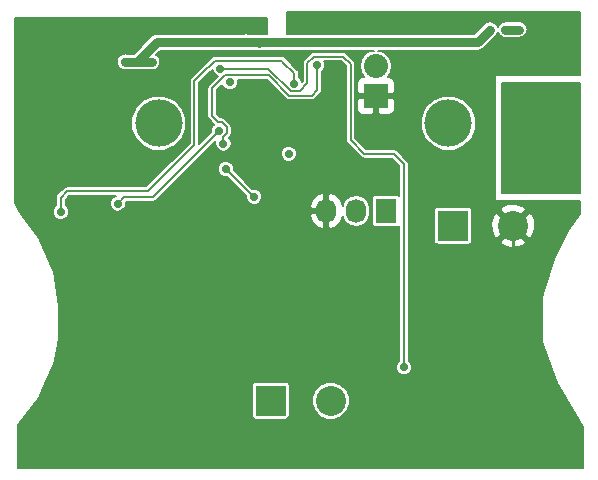
<source format=gbl>
G04 #@! TF.FileFunction,Copper,L2,Bot,Signal*
%FSLAX46Y46*%
G04 Gerber Fmt 4.6, Leading zero omitted, Abs format (unit mm)*
G04 Created by KiCad (PCBNEW 4.0.0-2.201512062335+6193~38~ubuntu15.10.1-stable) date ke 13. tammikuuta 2016 13.01.44*
%MOMM*%
G01*
G04 APERTURE LIST*
%ADD10C,0.100000*%
%ADD11C,4.000000*%
%ADD12R,2.540000X2.540000*%
%ADD13C,2.540000*%
%ADD14R,1.727200X2.032000*%
%ADD15O,1.727200X2.032000*%
%ADD16R,2.032000X2.032000*%
%ADD17O,2.032000X2.032000*%
%ADD18C,0.711200*%
%ADD19C,0.152400*%
%ADD20C,0.254000*%
%ADD21C,0.508000*%
%ADD22C,0.762000*%
G04 APERTURE END LIST*
D10*
D11*
X151551500Y-71803500D03*
D12*
X136511500Y-95303500D03*
D13*
X141591500Y-95303500D03*
D14*
X146304000Y-79248000D03*
D15*
X143764000Y-79248000D03*
X141224000Y-79248000D03*
D16*
X145417500Y-69525500D03*
D17*
X145417500Y-66985500D03*
D12*
X151960000Y-80500000D03*
D13*
X157040000Y-80500000D03*
D11*
X127051500Y-71803500D03*
D18*
X136527500Y-71938500D03*
X134789000Y-70191000D03*
X139851500Y-83703500D03*
X140051500Y-81903500D03*
X149651500Y-77903500D03*
X152051500Y-77903500D03*
X153451500Y-75103500D03*
X149651500Y-75103500D03*
X148651500Y-74103500D03*
X134051500Y-93703500D03*
X132051500Y-93703500D03*
X129451500Y-93703500D03*
X127051500Y-93703500D03*
X124851500Y-93703500D03*
X124451500Y-99903500D03*
X127851500Y-99903500D03*
X131451500Y-99903500D03*
X135051500Y-99903500D03*
X139051500Y-99903500D03*
X142651500Y-99903500D03*
X146851500Y-99903500D03*
X151051500Y-99903500D03*
X155651500Y-99903500D03*
X160251500Y-99903500D03*
X157851500Y-94503500D03*
X154051500Y-94703500D03*
X154051500Y-91703500D03*
X157851500Y-91703500D03*
X157851500Y-87903500D03*
X157051500Y-84903500D03*
X122751500Y-76003500D03*
X131451500Y-75703500D03*
X129851500Y-75703500D03*
X127051500Y-75703500D03*
X126051500Y-75703500D03*
X125051500Y-75703500D03*
X124551500Y-69803500D03*
X122551500Y-69803500D03*
X122551500Y-68803500D03*
X124051500Y-68803500D03*
X125551500Y-68803500D03*
X127051500Y-68803500D03*
X129551500Y-67303500D03*
X128551500Y-67303500D03*
X128551500Y-66303500D03*
X130051500Y-66303500D03*
X119551500Y-63803500D03*
X121551500Y-63803500D03*
X123051500Y-63803500D03*
X124551500Y-63803500D03*
X126051500Y-63803500D03*
X125051500Y-64803500D03*
X123551500Y-64803500D03*
X122051500Y-64803500D03*
X120551500Y-64803500D03*
X119051500Y-64803500D03*
X144051500Y-92553500D03*
X144051500Y-93803500D03*
X145301500Y-93803500D03*
X145301500Y-92553500D03*
X146551500Y-92553500D03*
X146551500Y-93803500D03*
X147801500Y-93803500D03*
X149051500Y-92803500D03*
X149051500Y-91553500D03*
X149051500Y-90303500D03*
X149051500Y-89053500D03*
X136051500Y-79303500D03*
X134051500Y-79303500D03*
X132051500Y-79303500D03*
X130051500Y-79303500D03*
X128051500Y-79303500D03*
X126051500Y-79303500D03*
X125051500Y-80303500D03*
X127051500Y-80303500D03*
X129051500Y-80303500D03*
X131051500Y-80303500D03*
X133051500Y-80303500D03*
X135051500Y-80303500D03*
X137051500Y-80303500D03*
X147551500Y-63053500D03*
X146301500Y-63053500D03*
X145051500Y-63053500D03*
X143551500Y-63053500D03*
X141801500Y-63053500D03*
X144051500Y-76303500D03*
X145551500Y-76303500D03*
X146801500Y-76303500D03*
X145801500Y-75303500D03*
X144551500Y-75303500D03*
X130939500Y-71430500D03*
X132209500Y-70922500D03*
X160301500Y-64553500D03*
X159801500Y-63303500D03*
X161301500Y-63303500D03*
X161301500Y-64553500D03*
X142251500Y-70503500D03*
X139651500Y-72003500D03*
X141751500Y-72003500D03*
X140651500Y-72003500D03*
X134451500Y-64953500D03*
X135551500Y-65003500D03*
X156390300Y-63886700D03*
X157558700Y-63881000D03*
X125199100Y-66629900D03*
X126469100Y-66629900D03*
X124183100Y-66599500D03*
X155069500Y-63886700D03*
X140439100Y-66883900D03*
X132514300Y-73538700D03*
X132158700Y-72471900D03*
X123573500Y-78618700D03*
X118747500Y-79329900D03*
X138493500Y-68453000D03*
X147805100Y-92487100D03*
X132260300Y-67188700D03*
X133073100Y-68357100D03*
X138051500Y-74402300D03*
X135128000Y-78041500D03*
X132715000Y-75692000D03*
X158181000Y-75431000D03*
X156784000Y-75431000D03*
X156720500Y-76955000D03*
X158181000Y-76955000D03*
X159514500Y-76955000D03*
X160657500Y-76955000D03*
X161800500Y-76955000D03*
X161800500Y-75431000D03*
X160657500Y-75431000D03*
X159514500Y-75431000D03*
X158051500Y-71053500D03*
X156801500Y-71053500D03*
X156801500Y-69553500D03*
X158051500Y-69553500D03*
X159301500Y-69553500D03*
X160551500Y-69553500D03*
X161801500Y-69553500D03*
X161801500Y-71053500D03*
X160551500Y-71053500D03*
X159301500Y-71053500D03*
D19*
X136527500Y-71929500D02*
X136527500Y-71938500D01*
X136527500Y-71929500D02*
X134789000Y-70191000D01*
D20*
X141224000Y-79248000D02*
X141224000Y-80731000D01*
X141224000Y-80731000D02*
X140051500Y-81903500D01*
X152051500Y-76503500D02*
X152051500Y-77903500D01*
X153451500Y-75103500D02*
X152051500Y-76503500D01*
X148651500Y-74103500D02*
X149651500Y-75103500D01*
X134051500Y-93703500D02*
X127851500Y-99903500D01*
X129451500Y-93703500D02*
X132051500Y-93703500D01*
X124851500Y-93703500D02*
X127051500Y-93703500D01*
X127851500Y-99903500D02*
X124451500Y-99903500D01*
X127851500Y-99903500D02*
X131451500Y-99903500D01*
X135051500Y-99903500D02*
X139051500Y-99903500D01*
X142651500Y-99903500D02*
X146851500Y-99903500D01*
X151051500Y-99903500D02*
X155651500Y-99903500D01*
X160251500Y-99903500D02*
X157851500Y-97503500D01*
X157851500Y-97503500D02*
X157851500Y-94503500D01*
X154051500Y-94703500D02*
X154051500Y-91703500D01*
X157851500Y-91703500D02*
X157851500Y-87903500D01*
X157051500Y-84903500D02*
X157040000Y-84892000D01*
X157040000Y-84892000D02*
X157040000Y-80500000D01*
X122751500Y-76003500D02*
X124751500Y-76003500D01*
X129851500Y-75703500D02*
X131451500Y-75703500D01*
X126051500Y-75703500D02*
X127051500Y-75703500D01*
X124751500Y-76003500D02*
X125051500Y-75703500D01*
X128551500Y-67303500D02*
X127051500Y-68803500D01*
X122551500Y-68803500D02*
X122551500Y-69803500D01*
X125551500Y-68803500D02*
X124051500Y-68803500D01*
X128551500Y-67303500D02*
X129551500Y-67303500D01*
X130051500Y-66303500D02*
X128551500Y-66303500D01*
X121551500Y-63803500D02*
X119551500Y-63803500D01*
X124551500Y-63803500D02*
X123051500Y-63803500D01*
X125051500Y-64803500D02*
X126051500Y-63803500D01*
X122051500Y-64803500D02*
X123551500Y-64803500D01*
X119051500Y-64803500D02*
X120551500Y-64803500D01*
D19*
X145301500Y-93803500D02*
X144051500Y-93803500D01*
X146551500Y-92553500D02*
X145301500Y-92553500D01*
X147801500Y-93803500D02*
X146551500Y-93803500D01*
X149051500Y-91553500D02*
X149051500Y-92803500D01*
X149051500Y-89053500D02*
X149051500Y-90303500D01*
X132051500Y-79303500D02*
X134051500Y-79303500D01*
X128051500Y-79303500D02*
X130051500Y-79303500D01*
X125051500Y-80303500D02*
X126051500Y-79303500D01*
X129051500Y-80303500D02*
X127051500Y-80303500D01*
X133051500Y-80303500D02*
X131051500Y-80303500D01*
X137051500Y-80303500D02*
X135051500Y-80303500D01*
X145051500Y-63053500D02*
X146301500Y-63053500D01*
X141801500Y-63053500D02*
X143551500Y-63053500D01*
X146801500Y-76303500D02*
X145551500Y-76303500D01*
X144551500Y-75303500D02*
X145801500Y-75303500D01*
X133225500Y-71303500D02*
X132590500Y-71303500D01*
X132590500Y-71303500D02*
X132209500Y-70922500D01*
D21*
X160301500Y-63803500D02*
X160301500Y-64553500D01*
X159801500Y-63303500D02*
X160301500Y-63803500D01*
X161301500Y-64553500D02*
X161301500Y-63303500D01*
X140651500Y-72003500D02*
X141751500Y-72003500D01*
D22*
X134451500Y-64953500D02*
X134451500Y-64903500D01*
X134451500Y-64903500D02*
X134451500Y-64953500D01*
X135551500Y-65003500D02*
X135501500Y-64953500D01*
X157553000Y-63886700D02*
X157502200Y-63886700D01*
X157558700Y-63881000D02*
X157553000Y-63886700D01*
X156390300Y-63886700D02*
X157502200Y-63886700D01*
X157502200Y-63886700D02*
X157507900Y-63881000D01*
X155069500Y-63886700D02*
X155069500Y-63937500D01*
X155069500Y-63937500D02*
X154053500Y-64953500D01*
X154053500Y-64953500D02*
X134451500Y-64953500D01*
X126875500Y-64953500D02*
X125199100Y-66629900D01*
X134451500Y-64953500D02*
X126875500Y-64953500D01*
X124183100Y-66599500D02*
X124213500Y-66629900D01*
X124213500Y-66629900D02*
X126469100Y-66629900D01*
X157507900Y-63881000D02*
X157507900Y-63886700D01*
D19*
X133631900Y-67747500D02*
X136375100Y-67747500D01*
X132514300Y-72979900D02*
X132819100Y-72675100D01*
X132819100Y-72675100D02*
X132819100Y-72167100D01*
X132819100Y-72167100D02*
X132361900Y-71709900D01*
X132361900Y-71709900D02*
X132057100Y-71709900D01*
X132057100Y-71709900D02*
X131549102Y-71201902D01*
X131549102Y-71201902D02*
X131549102Y-68865098D01*
X131549102Y-68865098D02*
X132666700Y-67747500D01*
X132666700Y-67747500D02*
X133631900Y-67747500D01*
X132514300Y-73538700D02*
X132514300Y-72979900D01*
X140439100Y-69017500D02*
X140439100Y-66883900D01*
X139981900Y-69474700D02*
X140439100Y-69017500D01*
X138102300Y-69474700D02*
X139981900Y-69474700D01*
X136375100Y-67747500D02*
X138102300Y-69474700D01*
X132158700Y-72471900D02*
X127180300Y-77450300D01*
X124132300Y-78059900D02*
X123573500Y-78618700D01*
X126570700Y-78059900D02*
X124132300Y-78059900D01*
X127180300Y-77450300D02*
X126570700Y-78059900D01*
X131269700Y-67061700D02*
X131244300Y-67061700D01*
X131244300Y-67061700D02*
X130050500Y-68255500D01*
X130050500Y-73665700D02*
X126164300Y-77551900D01*
X118747500Y-78110700D02*
X118747500Y-79329900D01*
X119306300Y-77551900D02*
X118747500Y-78110700D01*
X126164300Y-77551900D02*
X119306300Y-77551900D01*
X130050500Y-68255500D02*
X130050500Y-73665700D01*
X138493500Y-67579900D02*
X137594300Y-66680700D01*
X131269700Y-67061700D02*
X131803100Y-66528300D01*
X131803100Y-66528300D02*
X137441900Y-66528300D01*
X137441900Y-66528300D02*
X137594300Y-66680700D01*
X138493500Y-67579900D02*
X138493500Y-68453000D01*
X131244300Y-67087100D02*
X131269700Y-67061700D01*
X138493500Y-68453000D02*
X138503000Y-68453000D01*
X132260300Y-67188700D02*
X136324300Y-67188700D01*
X147805100Y-75265900D02*
X147805100Y-92487100D01*
X146941500Y-74402300D02*
X147805100Y-75265900D01*
X144452300Y-74402300D02*
X146941500Y-74402300D01*
X143283900Y-73233900D02*
X144452300Y-74402300D01*
X143283900Y-71709900D02*
X143283900Y-73233900D01*
X143283900Y-66833100D02*
X143283900Y-71709900D01*
X142623500Y-66172700D02*
X143283900Y-66833100D01*
X140185100Y-66172700D02*
X142623500Y-66172700D01*
X139626300Y-66731500D02*
X140185100Y-66172700D01*
X139626300Y-68407900D02*
X139626300Y-66731500D01*
X138965900Y-69068300D02*
X139626300Y-68407900D01*
X138203900Y-69068300D02*
X138965900Y-69068300D01*
X136324300Y-67188700D02*
X138203900Y-69068300D01*
X132260300Y-67188700D02*
X132463500Y-67188700D01*
X135064500Y-78041500D02*
X135128000Y-78041500D01*
X132715000Y-75692000D02*
X135064500Y-78041500D01*
D20*
X156784000Y-75431000D02*
X158181000Y-75431000D01*
X158181000Y-76955000D02*
X156720500Y-76955000D01*
X160657500Y-76955000D02*
X159514500Y-76955000D01*
X161800500Y-75431000D02*
X161800500Y-76955000D01*
X159514500Y-75431000D02*
X160657500Y-75431000D01*
D19*
X156801500Y-71053500D02*
X158051500Y-71053500D01*
X158051500Y-69553500D02*
X156801500Y-69553500D01*
X160551500Y-69553500D02*
X159301500Y-69553500D01*
X161801500Y-71053500D02*
X161801500Y-69553500D01*
X159301500Y-71053500D02*
X160551500Y-71053500D01*
G36*
X162725300Y-77727300D02*
X156127700Y-77727300D01*
X156127700Y-68379700D01*
X162725300Y-68379700D01*
X162725300Y-77727300D01*
X162725300Y-77727300D01*
G37*
X162725300Y-77727300D02*
X156127700Y-77727300D01*
X156127700Y-68379700D01*
X162725300Y-68379700D01*
X162725300Y-77727300D01*
G36*
X162725300Y-67727300D02*
X155551500Y-67727300D01*
X155521854Y-67733303D01*
X155496879Y-67750368D01*
X155480511Y-67775805D01*
X155475300Y-67803500D01*
X155475300Y-78303500D01*
X155481303Y-78333146D01*
X155498368Y-78358121D01*
X155523805Y-78374489D01*
X155551500Y-78379700D01*
X162725300Y-78379700D01*
X162725300Y-79526771D01*
X161741998Y-80755898D01*
X161733345Y-80769422D01*
X160483345Y-83269422D01*
X160478670Y-83281091D01*
X159478670Y-86531091D01*
X159475300Y-86553500D01*
X159475300Y-90303500D01*
X159479739Y-90329129D01*
X160729739Y-93829129D01*
X160736159Y-93842705D01*
X162975300Y-97574607D01*
X162975300Y-100977300D01*
X115127700Y-100977300D01*
X115127700Y-97329645D01*
X116861649Y-95100282D01*
X116870870Y-95085032D01*
X117348839Y-94033500D01*
X134904831Y-94033500D01*
X134904831Y-96573500D01*
X134927856Y-96695865D01*
X135000173Y-96808249D01*
X135110517Y-96883644D01*
X135241500Y-96910169D01*
X137781500Y-96910169D01*
X137903865Y-96887144D01*
X138016249Y-96814827D01*
X138091644Y-96704483D01*
X138118169Y-96573500D01*
X138118169Y-95620403D01*
X139991023Y-95620403D01*
X140234125Y-96208756D01*
X140683876Y-96659293D01*
X141271804Y-96903422D01*
X141908403Y-96903977D01*
X142496756Y-96660875D01*
X142947293Y-96211124D01*
X143191422Y-95623196D01*
X143191977Y-94986597D01*
X142948875Y-94398244D01*
X142499124Y-93947707D01*
X141911196Y-93703578D01*
X141274597Y-93703023D01*
X140686244Y-93946125D01*
X140235707Y-94395876D01*
X139991578Y-94983804D01*
X139991023Y-95620403D01*
X138118169Y-95620403D01*
X138118169Y-94033500D01*
X138095144Y-93911135D01*
X138022827Y-93798751D01*
X137912483Y-93723356D01*
X137781500Y-93696831D01*
X135241500Y-93696831D01*
X135119135Y-93719856D01*
X135006751Y-93792173D01*
X134931356Y-93902517D01*
X134904831Y-94033500D01*
X117348839Y-94033500D01*
X118120870Y-92335032D01*
X118125885Y-92320030D01*
X118625885Y-90070030D01*
X118627700Y-90053500D01*
X118627700Y-87303500D01*
X118626663Y-87290973D01*
X118126663Y-84290973D01*
X118120870Y-84271968D01*
X116870870Y-81521968D01*
X116862460Y-81507780D01*
X115366582Y-79513276D01*
X115342802Y-79465716D01*
X118061581Y-79465716D01*
X118165768Y-79717867D01*
X118358518Y-79910954D01*
X118610487Y-80015581D01*
X118883316Y-80015819D01*
X119135467Y-79911632D01*
X119328554Y-79718882D01*
X119356438Y-79651729D01*
X139799538Y-79651729D01*
X140004148Y-80177716D01*
X140394470Y-80585363D01*
X140823618Y-80791737D01*
X141046200Y-80689950D01*
X141046200Y-79425800D01*
X139923809Y-79425800D01*
X139799538Y-79651729D01*
X119356438Y-79651729D01*
X119433181Y-79466913D01*
X119433419Y-79194084D01*
X119329232Y-78941933D01*
X119153900Y-78766294D01*
X119153900Y-78279036D01*
X119474637Y-77958300D01*
X123375923Y-77958300D01*
X123185533Y-78036968D01*
X122992446Y-78229718D01*
X122887819Y-78481687D01*
X122887581Y-78754516D01*
X122991768Y-79006667D01*
X123184518Y-79199754D01*
X123436487Y-79304381D01*
X123709316Y-79304619D01*
X123961467Y-79200432D01*
X124154554Y-79007682D01*
X124222408Y-78844271D01*
X139799538Y-78844271D01*
X139923809Y-79070200D01*
X141046200Y-79070200D01*
X141046200Y-77806050D01*
X141401800Y-77806050D01*
X141401800Y-79070200D01*
X141421800Y-79070200D01*
X141421800Y-79425800D01*
X141401800Y-79425800D01*
X141401800Y-80689950D01*
X141624382Y-80791737D01*
X142053530Y-80585363D01*
X142443852Y-80177716D01*
X142626286Y-79708736D01*
X142661073Y-79883621D01*
X142919856Y-80270918D01*
X143307153Y-80529701D01*
X143764000Y-80620574D01*
X144220847Y-80529701D01*
X144608144Y-80270918D01*
X144866927Y-79883621D01*
X144957800Y-79426774D01*
X144957800Y-79069226D01*
X144866927Y-78612379D01*
X144608144Y-78225082D01*
X144220847Y-77966299D01*
X143764000Y-77875426D01*
X143307153Y-77966299D01*
X142919856Y-78225082D01*
X142661073Y-78612379D01*
X142626286Y-78787264D01*
X142443852Y-78318284D01*
X142053530Y-77910637D01*
X141624382Y-77704263D01*
X141401800Y-77806050D01*
X141046200Y-77806050D01*
X140823618Y-77704263D01*
X140394470Y-77910637D01*
X140004148Y-78318284D01*
X139799538Y-78844271D01*
X124222408Y-78844271D01*
X124259181Y-78755713D01*
X124259397Y-78507539D01*
X124300637Y-78466300D01*
X126570700Y-78466300D01*
X126726223Y-78435365D01*
X126858068Y-78347268D01*
X129377520Y-75827816D01*
X132029081Y-75827816D01*
X132133268Y-76079967D01*
X132326018Y-76273054D01*
X132577987Y-76377681D01*
X132826161Y-76377897D01*
X134442241Y-77993977D01*
X134442081Y-78177316D01*
X134546268Y-78429467D01*
X134739018Y-78622554D01*
X134990987Y-78727181D01*
X135263816Y-78727419D01*
X135515967Y-78623232D01*
X135709054Y-78430482D01*
X135813681Y-78178513D01*
X135813919Y-77905684D01*
X135709732Y-77653533D01*
X135516982Y-77460446D01*
X135265013Y-77355819D01*
X134992184Y-77355581D01*
X134964681Y-77366945D01*
X133400704Y-75802968D01*
X133400919Y-75556184D01*
X133296732Y-75304033D01*
X133103982Y-75110946D01*
X132852013Y-75006319D01*
X132579184Y-75006081D01*
X132327033Y-75110268D01*
X132133946Y-75303018D01*
X132029319Y-75554987D01*
X132029081Y-75827816D01*
X129377520Y-75827816D01*
X130667220Y-74538116D01*
X137365581Y-74538116D01*
X137469768Y-74790267D01*
X137662518Y-74983354D01*
X137914487Y-75087981D01*
X138187316Y-75088219D01*
X138439467Y-74984032D01*
X138632554Y-74791282D01*
X138737181Y-74539313D01*
X138737419Y-74266484D01*
X138633232Y-74014333D01*
X138440482Y-73821246D01*
X138188513Y-73716619D01*
X137915684Y-73716381D01*
X137663533Y-73820568D01*
X137470446Y-74013318D01*
X137365819Y-74265287D01*
X137365581Y-74538116D01*
X130667220Y-74538116D01*
X131846350Y-73358986D01*
X131828619Y-73401687D01*
X131828381Y-73674516D01*
X131932568Y-73926667D01*
X132125318Y-74119754D01*
X132377287Y-74224381D01*
X132650116Y-74224619D01*
X132902267Y-74120432D01*
X133095354Y-73927682D01*
X133199981Y-73675713D01*
X133200219Y-73402884D01*
X133096032Y-73150733D01*
X133007195Y-73061741D01*
X133106468Y-72962468D01*
X133194565Y-72830623D01*
X133225500Y-72675100D01*
X133225500Y-72167100D01*
X133194565Y-72011577D01*
X133185004Y-71997268D01*
X133106468Y-71879731D01*
X132649268Y-71422532D01*
X132517423Y-71334435D01*
X132361900Y-71303500D01*
X132225436Y-71303500D01*
X131955502Y-71033566D01*
X131955502Y-69033434D01*
X132419004Y-68569932D01*
X132491368Y-68745067D01*
X132684118Y-68938154D01*
X132936087Y-69042781D01*
X133208916Y-69043019D01*
X133461067Y-68938832D01*
X133654154Y-68746082D01*
X133758781Y-68494113D01*
X133759019Y-68221284D01*
X133731176Y-68153900D01*
X136206764Y-68153900D01*
X137814932Y-69762068D01*
X137946777Y-69850165D01*
X138102300Y-69881100D01*
X139981900Y-69881100D01*
X140137423Y-69850165D01*
X140269268Y-69762068D01*
X140726468Y-69304869D01*
X140814565Y-69173023D01*
X140819721Y-69147100D01*
X140845500Y-69017500D01*
X140845500Y-67447231D01*
X141020154Y-67272882D01*
X141124781Y-67020913D01*
X141125019Y-66748084D01*
X141055196Y-66579100D01*
X142455164Y-66579100D01*
X142877500Y-67001436D01*
X142877500Y-73233900D01*
X142908435Y-73389423D01*
X142989121Y-73510177D01*
X142996532Y-73521268D01*
X144164932Y-74689668D01*
X144296777Y-74777765D01*
X144452300Y-74808700D01*
X146773164Y-74808700D01*
X147398700Y-75434236D01*
X147398700Y-77990263D01*
X147298583Y-77921856D01*
X147167600Y-77895331D01*
X145440400Y-77895331D01*
X145318035Y-77918356D01*
X145205651Y-77990673D01*
X145130256Y-78101017D01*
X145103731Y-78232000D01*
X145103731Y-80264000D01*
X145126756Y-80386365D01*
X145199073Y-80498749D01*
X145309417Y-80574144D01*
X145440400Y-80600669D01*
X147167600Y-80600669D01*
X147289965Y-80577644D01*
X147398700Y-80507675D01*
X147398700Y-91923769D01*
X147224046Y-92098118D01*
X147119419Y-92350087D01*
X147119181Y-92622916D01*
X147223368Y-92875067D01*
X147416118Y-93068154D01*
X147668087Y-93172781D01*
X147940916Y-93173019D01*
X148193067Y-93068832D01*
X148386154Y-92876082D01*
X148490781Y-92624113D01*
X148491019Y-92351284D01*
X148386832Y-92099133D01*
X148211500Y-91923494D01*
X148211500Y-79230000D01*
X150353331Y-79230000D01*
X150353331Y-81770000D01*
X150376356Y-81892365D01*
X150448673Y-82004749D01*
X150559017Y-82080144D01*
X150690000Y-82106669D01*
X153230000Y-82106669D01*
X153352365Y-82083644D01*
X153464749Y-82011327D01*
X153540144Y-81900983D01*
X153549895Y-81852831D01*
X155938616Y-81852831D01*
X156077545Y-82127198D01*
X156773509Y-82371650D01*
X157510044Y-82331161D01*
X158002455Y-82127198D01*
X158141384Y-81852831D01*
X157040000Y-80751447D01*
X155938616Y-81852831D01*
X153549895Y-81852831D01*
X153566669Y-81770000D01*
X153566669Y-80233509D01*
X155168350Y-80233509D01*
X155208839Y-80970044D01*
X155412802Y-81462455D01*
X155687169Y-81601384D01*
X156788553Y-80500000D01*
X157291447Y-80500000D01*
X158392831Y-81601384D01*
X158667198Y-81462455D01*
X158911650Y-80766491D01*
X158871161Y-80029956D01*
X158667198Y-79537545D01*
X158392831Y-79398616D01*
X157291447Y-80500000D01*
X156788553Y-80500000D01*
X155687169Y-79398616D01*
X155412802Y-79537545D01*
X155168350Y-80233509D01*
X153566669Y-80233509D01*
X153566669Y-79230000D01*
X153551083Y-79147169D01*
X155938616Y-79147169D01*
X157040000Y-80248553D01*
X158141384Y-79147169D01*
X158002455Y-78872802D01*
X157306491Y-78628350D01*
X156569956Y-78668839D01*
X156077545Y-78872802D01*
X155938616Y-79147169D01*
X153551083Y-79147169D01*
X153543644Y-79107635D01*
X153471327Y-78995251D01*
X153360983Y-78919856D01*
X153230000Y-78893331D01*
X150690000Y-78893331D01*
X150567635Y-78916356D01*
X150455251Y-78988673D01*
X150379856Y-79099017D01*
X150353331Y-79230000D01*
X148211500Y-79230000D01*
X148211500Y-75265900D01*
X148180565Y-75110377D01*
X148092468Y-74978532D01*
X147228868Y-74114932D01*
X147164766Y-74072100D01*
X147097023Y-74026835D01*
X146941500Y-73995900D01*
X144620636Y-73995900D01*
X143690300Y-73065564D01*
X143690300Y-72264972D01*
X149220897Y-72264972D01*
X149574901Y-73121728D01*
X150229825Y-73777795D01*
X151085961Y-74133294D01*
X152012972Y-74134103D01*
X152869728Y-73780099D01*
X153525795Y-73125175D01*
X153881294Y-72269039D01*
X153882103Y-71342028D01*
X153528099Y-70485272D01*
X152873175Y-69829205D01*
X152017039Y-69473706D01*
X151090028Y-69472897D01*
X150233272Y-69826901D01*
X149577205Y-70481825D01*
X149221706Y-71337961D01*
X149220897Y-72264972D01*
X143690300Y-72264972D01*
X143690300Y-69849350D01*
X143817300Y-69849350D01*
X143817300Y-70657704D01*
X143906239Y-70872422D01*
X144070577Y-71036761D01*
X144285295Y-71125700D01*
X145093650Y-71125700D01*
X145239700Y-70979650D01*
X145239700Y-69703300D01*
X145595300Y-69703300D01*
X145595300Y-70979650D01*
X145741350Y-71125700D01*
X146549705Y-71125700D01*
X146764423Y-71036761D01*
X146928761Y-70872422D01*
X147017700Y-70657704D01*
X147017700Y-69849350D01*
X146871650Y-69703300D01*
X145595300Y-69703300D01*
X145239700Y-69703300D01*
X143963350Y-69703300D01*
X143817300Y-69849350D01*
X143690300Y-69849350D01*
X143690300Y-66833100D01*
X143659365Y-66677577D01*
X143571268Y-66545732D01*
X142910867Y-65885331D01*
X142779023Y-65797235D01*
X142623500Y-65766300D01*
X140185100Y-65766300D01*
X140029578Y-65797234D01*
X139897732Y-65885331D01*
X139338932Y-66444132D01*
X139250835Y-66575977D01*
X139219900Y-66731500D01*
X139219900Y-68239564D01*
X139168560Y-68290904D01*
X139075232Y-68065033D01*
X138899900Y-67889394D01*
X138899900Y-67579900D01*
X138868965Y-67424377D01*
X138780868Y-67292532D01*
X137729268Y-66240932D01*
X137729247Y-66240918D01*
X137597423Y-66152835D01*
X137441900Y-66121900D01*
X131803100Y-66121900D01*
X131647578Y-66152834D01*
X131515732Y-66240931D01*
X131033481Y-66723183D01*
X130956932Y-66774332D01*
X129763132Y-67968132D01*
X129675035Y-68099977D01*
X129644100Y-68255500D01*
X129644100Y-73497364D01*
X125995964Y-77145500D01*
X119306300Y-77145500D01*
X119150778Y-77176434D01*
X119018932Y-77264531D01*
X118460132Y-77823332D01*
X118372035Y-77955177D01*
X118341100Y-78110700D01*
X118341100Y-78766569D01*
X118166446Y-78940918D01*
X118061819Y-79192887D01*
X118061581Y-79465716D01*
X115342802Y-79465716D01*
X114877700Y-78535512D01*
X114877700Y-72264972D01*
X124720897Y-72264972D01*
X125074901Y-73121728D01*
X125729825Y-73777795D01*
X126585961Y-74133294D01*
X127512972Y-74134103D01*
X128369728Y-73780099D01*
X129025795Y-73125175D01*
X129381294Y-72269039D01*
X129382103Y-71342028D01*
X129028099Y-70485272D01*
X128373175Y-69829205D01*
X127517039Y-69473706D01*
X126590028Y-69472897D01*
X125733272Y-69826901D01*
X125077205Y-70481825D01*
X124721706Y-71337961D01*
X124720897Y-72264972D01*
X114877700Y-72264972D01*
X114877700Y-62879700D01*
X136225300Y-62879700D01*
X136225300Y-64242300D01*
X134702866Y-64242300D01*
X134451500Y-64192300D01*
X134200134Y-64242300D01*
X126875500Y-64242300D01*
X126603336Y-64296437D01*
X126372606Y-64450605D01*
X124904512Y-65918700D01*
X124335931Y-65918700D01*
X124328131Y-65917149D01*
X124320113Y-65913819D01*
X124311354Y-65913811D01*
X124183100Y-65888300D01*
X124055966Y-65913589D01*
X124047284Y-65913581D01*
X124039190Y-65916926D01*
X123910935Y-65942437D01*
X123803156Y-66014453D01*
X123795133Y-66017768D01*
X123788935Y-66023955D01*
X123680206Y-66096606D01*
X123608191Y-66204384D01*
X123602046Y-66210518D01*
X123598687Y-66218607D01*
X123526037Y-66327335D01*
X123500749Y-66454469D01*
X123497419Y-66462487D01*
X123497411Y-66471246D01*
X123471900Y-66599500D01*
X123497189Y-66726634D01*
X123497181Y-66735316D01*
X123500526Y-66743410D01*
X123526037Y-66871665D01*
X123598053Y-66979444D01*
X123601368Y-66987467D01*
X123607555Y-66993665D01*
X123680206Y-67102394D01*
X123710606Y-67132794D01*
X123941335Y-67286963D01*
X123969333Y-67292532D01*
X124213500Y-67341100D01*
X126469100Y-67341100D01*
X126596234Y-67315811D01*
X126604916Y-67315819D01*
X126613011Y-67312474D01*
X126741264Y-67286963D01*
X126849042Y-67214948D01*
X126857067Y-67211632D01*
X126863266Y-67205444D01*
X126971994Y-67132794D01*
X127044009Y-67025017D01*
X127050154Y-67018882D01*
X127053513Y-67010792D01*
X127126163Y-66902064D01*
X127151451Y-66774932D01*
X127154781Y-66766913D01*
X127154789Y-66758154D01*
X127180300Y-66629900D01*
X127155011Y-66502766D01*
X127155019Y-66494084D01*
X127151674Y-66485989D01*
X127126163Y-66357736D01*
X127054148Y-66249958D01*
X127050832Y-66241933D01*
X127044644Y-66235734D01*
X126971994Y-66127006D01*
X126864217Y-66054991D01*
X126858082Y-66048846D01*
X126849992Y-66045487D01*
X126813611Y-66021178D01*
X127170089Y-65664700D01*
X135300134Y-65664700D01*
X135406468Y-65685851D01*
X135414487Y-65689181D01*
X135423246Y-65689189D01*
X135551500Y-65714700D01*
X135678634Y-65689411D01*
X135687316Y-65689419D01*
X135695410Y-65686074D01*
X135802867Y-65664700D01*
X145263431Y-65664700D01*
X144875958Y-65741773D01*
X144439219Y-66033593D01*
X144147399Y-66470332D01*
X144044926Y-66985500D01*
X144147399Y-67500668D01*
X144431129Y-67925300D01*
X144285295Y-67925300D01*
X144070577Y-68014239D01*
X143906239Y-68178578D01*
X143817300Y-68393296D01*
X143817300Y-69201650D01*
X143963350Y-69347700D01*
X145239700Y-69347700D01*
X145239700Y-69327700D01*
X145595300Y-69327700D01*
X145595300Y-69347700D01*
X146871650Y-69347700D01*
X147017700Y-69201650D01*
X147017700Y-68393296D01*
X146928761Y-68178578D01*
X146764423Y-68014239D01*
X146549705Y-67925300D01*
X146403871Y-67925300D01*
X146687601Y-67500668D01*
X146790074Y-66985500D01*
X146687601Y-66470332D01*
X146395781Y-66033593D01*
X145959042Y-65741773D01*
X145571569Y-65664700D01*
X154053500Y-65664700D01*
X154325665Y-65610563D01*
X154556394Y-65456394D01*
X155572394Y-64440394D01*
X155726563Y-64209665D01*
X155735881Y-64162821D01*
X155805252Y-64266642D01*
X155808568Y-64274667D01*
X155814756Y-64280866D01*
X155887406Y-64389594D01*
X155995183Y-64461609D01*
X156001318Y-64467754D01*
X156009408Y-64471113D01*
X156118136Y-64543763D01*
X156245268Y-64569051D01*
X156253287Y-64572381D01*
X156262046Y-64572389D01*
X156390300Y-64597900D01*
X157553000Y-64597900D01*
X157825165Y-64543763D01*
X157946061Y-64462982D01*
X157946667Y-64462732D01*
X157947135Y-64462265D01*
X158055894Y-64389594D01*
X158061594Y-64383894D01*
X158133609Y-64276116D01*
X158139754Y-64269982D01*
X158143113Y-64261893D01*
X158215763Y-64153165D01*
X158241051Y-64026031D01*
X158244381Y-64018013D01*
X158244389Y-64009254D01*
X158269900Y-63881000D01*
X158244611Y-63753866D01*
X158244619Y-63745184D01*
X158241274Y-63737090D01*
X158215763Y-63608835D01*
X158143747Y-63501056D01*
X158140432Y-63493033D01*
X158134245Y-63486835D01*
X158061594Y-63378106D01*
X157953816Y-63306091D01*
X157947682Y-63299946D01*
X157939593Y-63296587D01*
X157830865Y-63223937D01*
X157703731Y-63198649D01*
X157695713Y-63195319D01*
X157686954Y-63195311D01*
X157558700Y-63169800D01*
X157533300Y-63174852D01*
X157507900Y-63169800D01*
X157479244Y-63175500D01*
X156390300Y-63175500D01*
X156263166Y-63200789D01*
X156254484Y-63200781D01*
X156246389Y-63204126D01*
X156118136Y-63229637D01*
X156010358Y-63301652D01*
X156002333Y-63304968D01*
X155996134Y-63311156D01*
X155887406Y-63383806D01*
X155815391Y-63491583D01*
X155809246Y-63497718D01*
X155805887Y-63505808D01*
X155733237Y-63614536D01*
X155729900Y-63631312D01*
X155726563Y-63614536D01*
X155654548Y-63506758D01*
X155651232Y-63498733D01*
X155645044Y-63492534D01*
X155572394Y-63383806D01*
X155464617Y-63311791D01*
X155458482Y-63305646D01*
X155450392Y-63302287D01*
X155341664Y-63229637D01*
X155214532Y-63204349D01*
X155206513Y-63201019D01*
X155197754Y-63201011D01*
X155069500Y-63175500D01*
X154942366Y-63200789D01*
X154933684Y-63200781D01*
X154925589Y-63204126D01*
X154797336Y-63229637D01*
X154689558Y-63301652D01*
X154681533Y-63304968D01*
X154675334Y-63311156D01*
X154566606Y-63383806D01*
X154494591Y-63491583D01*
X154488446Y-63497718D01*
X154485087Y-63505808D01*
X154464311Y-63536901D01*
X153758912Y-64242300D01*
X137877700Y-64242300D01*
X137877700Y-62379700D01*
X162725300Y-62379700D01*
X162725300Y-67727300D01*
X162725300Y-67727300D01*
G37*
X162725300Y-67727300D02*
X155551500Y-67727300D01*
X155521854Y-67733303D01*
X155496879Y-67750368D01*
X155480511Y-67775805D01*
X155475300Y-67803500D01*
X155475300Y-78303500D01*
X155481303Y-78333146D01*
X155498368Y-78358121D01*
X155523805Y-78374489D01*
X155551500Y-78379700D01*
X162725300Y-78379700D01*
X162725300Y-79526771D01*
X161741998Y-80755898D01*
X161733345Y-80769422D01*
X160483345Y-83269422D01*
X160478670Y-83281091D01*
X159478670Y-86531091D01*
X159475300Y-86553500D01*
X159475300Y-90303500D01*
X159479739Y-90329129D01*
X160729739Y-93829129D01*
X160736159Y-93842705D01*
X162975300Y-97574607D01*
X162975300Y-100977300D01*
X115127700Y-100977300D01*
X115127700Y-97329645D01*
X116861649Y-95100282D01*
X116870870Y-95085032D01*
X117348839Y-94033500D01*
X134904831Y-94033500D01*
X134904831Y-96573500D01*
X134927856Y-96695865D01*
X135000173Y-96808249D01*
X135110517Y-96883644D01*
X135241500Y-96910169D01*
X137781500Y-96910169D01*
X137903865Y-96887144D01*
X138016249Y-96814827D01*
X138091644Y-96704483D01*
X138118169Y-96573500D01*
X138118169Y-95620403D01*
X139991023Y-95620403D01*
X140234125Y-96208756D01*
X140683876Y-96659293D01*
X141271804Y-96903422D01*
X141908403Y-96903977D01*
X142496756Y-96660875D01*
X142947293Y-96211124D01*
X143191422Y-95623196D01*
X143191977Y-94986597D01*
X142948875Y-94398244D01*
X142499124Y-93947707D01*
X141911196Y-93703578D01*
X141274597Y-93703023D01*
X140686244Y-93946125D01*
X140235707Y-94395876D01*
X139991578Y-94983804D01*
X139991023Y-95620403D01*
X138118169Y-95620403D01*
X138118169Y-94033500D01*
X138095144Y-93911135D01*
X138022827Y-93798751D01*
X137912483Y-93723356D01*
X137781500Y-93696831D01*
X135241500Y-93696831D01*
X135119135Y-93719856D01*
X135006751Y-93792173D01*
X134931356Y-93902517D01*
X134904831Y-94033500D01*
X117348839Y-94033500D01*
X118120870Y-92335032D01*
X118125885Y-92320030D01*
X118625885Y-90070030D01*
X118627700Y-90053500D01*
X118627700Y-87303500D01*
X118626663Y-87290973D01*
X118126663Y-84290973D01*
X118120870Y-84271968D01*
X116870870Y-81521968D01*
X116862460Y-81507780D01*
X115366582Y-79513276D01*
X115342802Y-79465716D01*
X118061581Y-79465716D01*
X118165768Y-79717867D01*
X118358518Y-79910954D01*
X118610487Y-80015581D01*
X118883316Y-80015819D01*
X119135467Y-79911632D01*
X119328554Y-79718882D01*
X119356438Y-79651729D01*
X139799538Y-79651729D01*
X140004148Y-80177716D01*
X140394470Y-80585363D01*
X140823618Y-80791737D01*
X141046200Y-80689950D01*
X141046200Y-79425800D01*
X139923809Y-79425800D01*
X139799538Y-79651729D01*
X119356438Y-79651729D01*
X119433181Y-79466913D01*
X119433419Y-79194084D01*
X119329232Y-78941933D01*
X119153900Y-78766294D01*
X119153900Y-78279036D01*
X119474637Y-77958300D01*
X123375923Y-77958300D01*
X123185533Y-78036968D01*
X122992446Y-78229718D01*
X122887819Y-78481687D01*
X122887581Y-78754516D01*
X122991768Y-79006667D01*
X123184518Y-79199754D01*
X123436487Y-79304381D01*
X123709316Y-79304619D01*
X123961467Y-79200432D01*
X124154554Y-79007682D01*
X124222408Y-78844271D01*
X139799538Y-78844271D01*
X139923809Y-79070200D01*
X141046200Y-79070200D01*
X141046200Y-77806050D01*
X141401800Y-77806050D01*
X141401800Y-79070200D01*
X141421800Y-79070200D01*
X141421800Y-79425800D01*
X141401800Y-79425800D01*
X141401800Y-80689950D01*
X141624382Y-80791737D01*
X142053530Y-80585363D01*
X142443852Y-80177716D01*
X142626286Y-79708736D01*
X142661073Y-79883621D01*
X142919856Y-80270918D01*
X143307153Y-80529701D01*
X143764000Y-80620574D01*
X144220847Y-80529701D01*
X144608144Y-80270918D01*
X144866927Y-79883621D01*
X144957800Y-79426774D01*
X144957800Y-79069226D01*
X144866927Y-78612379D01*
X144608144Y-78225082D01*
X144220847Y-77966299D01*
X143764000Y-77875426D01*
X143307153Y-77966299D01*
X142919856Y-78225082D01*
X142661073Y-78612379D01*
X142626286Y-78787264D01*
X142443852Y-78318284D01*
X142053530Y-77910637D01*
X141624382Y-77704263D01*
X141401800Y-77806050D01*
X141046200Y-77806050D01*
X140823618Y-77704263D01*
X140394470Y-77910637D01*
X140004148Y-78318284D01*
X139799538Y-78844271D01*
X124222408Y-78844271D01*
X124259181Y-78755713D01*
X124259397Y-78507539D01*
X124300637Y-78466300D01*
X126570700Y-78466300D01*
X126726223Y-78435365D01*
X126858068Y-78347268D01*
X129377520Y-75827816D01*
X132029081Y-75827816D01*
X132133268Y-76079967D01*
X132326018Y-76273054D01*
X132577987Y-76377681D01*
X132826161Y-76377897D01*
X134442241Y-77993977D01*
X134442081Y-78177316D01*
X134546268Y-78429467D01*
X134739018Y-78622554D01*
X134990987Y-78727181D01*
X135263816Y-78727419D01*
X135515967Y-78623232D01*
X135709054Y-78430482D01*
X135813681Y-78178513D01*
X135813919Y-77905684D01*
X135709732Y-77653533D01*
X135516982Y-77460446D01*
X135265013Y-77355819D01*
X134992184Y-77355581D01*
X134964681Y-77366945D01*
X133400704Y-75802968D01*
X133400919Y-75556184D01*
X133296732Y-75304033D01*
X133103982Y-75110946D01*
X132852013Y-75006319D01*
X132579184Y-75006081D01*
X132327033Y-75110268D01*
X132133946Y-75303018D01*
X132029319Y-75554987D01*
X132029081Y-75827816D01*
X129377520Y-75827816D01*
X130667220Y-74538116D01*
X137365581Y-74538116D01*
X137469768Y-74790267D01*
X137662518Y-74983354D01*
X137914487Y-75087981D01*
X138187316Y-75088219D01*
X138439467Y-74984032D01*
X138632554Y-74791282D01*
X138737181Y-74539313D01*
X138737419Y-74266484D01*
X138633232Y-74014333D01*
X138440482Y-73821246D01*
X138188513Y-73716619D01*
X137915684Y-73716381D01*
X137663533Y-73820568D01*
X137470446Y-74013318D01*
X137365819Y-74265287D01*
X137365581Y-74538116D01*
X130667220Y-74538116D01*
X131846350Y-73358986D01*
X131828619Y-73401687D01*
X131828381Y-73674516D01*
X131932568Y-73926667D01*
X132125318Y-74119754D01*
X132377287Y-74224381D01*
X132650116Y-74224619D01*
X132902267Y-74120432D01*
X133095354Y-73927682D01*
X133199981Y-73675713D01*
X133200219Y-73402884D01*
X133096032Y-73150733D01*
X133007195Y-73061741D01*
X133106468Y-72962468D01*
X133194565Y-72830623D01*
X133225500Y-72675100D01*
X133225500Y-72167100D01*
X133194565Y-72011577D01*
X133185004Y-71997268D01*
X133106468Y-71879731D01*
X132649268Y-71422532D01*
X132517423Y-71334435D01*
X132361900Y-71303500D01*
X132225436Y-71303500D01*
X131955502Y-71033566D01*
X131955502Y-69033434D01*
X132419004Y-68569932D01*
X132491368Y-68745067D01*
X132684118Y-68938154D01*
X132936087Y-69042781D01*
X133208916Y-69043019D01*
X133461067Y-68938832D01*
X133654154Y-68746082D01*
X133758781Y-68494113D01*
X133759019Y-68221284D01*
X133731176Y-68153900D01*
X136206764Y-68153900D01*
X137814932Y-69762068D01*
X137946777Y-69850165D01*
X138102300Y-69881100D01*
X139981900Y-69881100D01*
X140137423Y-69850165D01*
X140269268Y-69762068D01*
X140726468Y-69304869D01*
X140814565Y-69173023D01*
X140819721Y-69147100D01*
X140845500Y-69017500D01*
X140845500Y-67447231D01*
X141020154Y-67272882D01*
X141124781Y-67020913D01*
X141125019Y-66748084D01*
X141055196Y-66579100D01*
X142455164Y-66579100D01*
X142877500Y-67001436D01*
X142877500Y-73233900D01*
X142908435Y-73389423D01*
X142989121Y-73510177D01*
X142996532Y-73521268D01*
X144164932Y-74689668D01*
X144296777Y-74777765D01*
X144452300Y-74808700D01*
X146773164Y-74808700D01*
X147398700Y-75434236D01*
X147398700Y-77990263D01*
X147298583Y-77921856D01*
X147167600Y-77895331D01*
X145440400Y-77895331D01*
X145318035Y-77918356D01*
X145205651Y-77990673D01*
X145130256Y-78101017D01*
X145103731Y-78232000D01*
X145103731Y-80264000D01*
X145126756Y-80386365D01*
X145199073Y-80498749D01*
X145309417Y-80574144D01*
X145440400Y-80600669D01*
X147167600Y-80600669D01*
X147289965Y-80577644D01*
X147398700Y-80507675D01*
X147398700Y-91923769D01*
X147224046Y-92098118D01*
X147119419Y-92350087D01*
X147119181Y-92622916D01*
X147223368Y-92875067D01*
X147416118Y-93068154D01*
X147668087Y-93172781D01*
X147940916Y-93173019D01*
X148193067Y-93068832D01*
X148386154Y-92876082D01*
X148490781Y-92624113D01*
X148491019Y-92351284D01*
X148386832Y-92099133D01*
X148211500Y-91923494D01*
X148211500Y-79230000D01*
X150353331Y-79230000D01*
X150353331Y-81770000D01*
X150376356Y-81892365D01*
X150448673Y-82004749D01*
X150559017Y-82080144D01*
X150690000Y-82106669D01*
X153230000Y-82106669D01*
X153352365Y-82083644D01*
X153464749Y-82011327D01*
X153540144Y-81900983D01*
X153549895Y-81852831D01*
X155938616Y-81852831D01*
X156077545Y-82127198D01*
X156773509Y-82371650D01*
X157510044Y-82331161D01*
X158002455Y-82127198D01*
X158141384Y-81852831D01*
X157040000Y-80751447D01*
X155938616Y-81852831D01*
X153549895Y-81852831D01*
X153566669Y-81770000D01*
X153566669Y-80233509D01*
X155168350Y-80233509D01*
X155208839Y-80970044D01*
X155412802Y-81462455D01*
X155687169Y-81601384D01*
X156788553Y-80500000D01*
X157291447Y-80500000D01*
X158392831Y-81601384D01*
X158667198Y-81462455D01*
X158911650Y-80766491D01*
X158871161Y-80029956D01*
X158667198Y-79537545D01*
X158392831Y-79398616D01*
X157291447Y-80500000D01*
X156788553Y-80500000D01*
X155687169Y-79398616D01*
X155412802Y-79537545D01*
X155168350Y-80233509D01*
X153566669Y-80233509D01*
X153566669Y-79230000D01*
X153551083Y-79147169D01*
X155938616Y-79147169D01*
X157040000Y-80248553D01*
X158141384Y-79147169D01*
X158002455Y-78872802D01*
X157306491Y-78628350D01*
X156569956Y-78668839D01*
X156077545Y-78872802D01*
X155938616Y-79147169D01*
X153551083Y-79147169D01*
X153543644Y-79107635D01*
X153471327Y-78995251D01*
X153360983Y-78919856D01*
X153230000Y-78893331D01*
X150690000Y-78893331D01*
X150567635Y-78916356D01*
X150455251Y-78988673D01*
X150379856Y-79099017D01*
X150353331Y-79230000D01*
X148211500Y-79230000D01*
X148211500Y-75265900D01*
X148180565Y-75110377D01*
X148092468Y-74978532D01*
X147228868Y-74114932D01*
X147164766Y-74072100D01*
X147097023Y-74026835D01*
X146941500Y-73995900D01*
X144620636Y-73995900D01*
X143690300Y-73065564D01*
X143690300Y-72264972D01*
X149220897Y-72264972D01*
X149574901Y-73121728D01*
X150229825Y-73777795D01*
X151085961Y-74133294D01*
X152012972Y-74134103D01*
X152869728Y-73780099D01*
X153525795Y-73125175D01*
X153881294Y-72269039D01*
X153882103Y-71342028D01*
X153528099Y-70485272D01*
X152873175Y-69829205D01*
X152017039Y-69473706D01*
X151090028Y-69472897D01*
X150233272Y-69826901D01*
X149577205Y-70481825D01*
X149221706Y-71337961D01*
X149220897Y-72264972D01*
X143690300Y-72264972D01*
X143690300Y-69849350D01*
X143817300Y-69849350D01*
X143817300Y-70657704D01*
X143906239Y-70872422D01*
X144070577Y-71036761D01*
X144285295Y-71125700D01*
X145093650Y-71125700D01*
X145239700Y-70979650D01*
X145239700Y-69703300D01*
X145595300Y-69703300D01*
X145595300Y-70979650D01*
X145741350Y-71125700D01*
X146549705Y-71125700D01*
X146764423Y-71036761D01*
X146928761Y-70872422D01*
X147017700Y-70657704D01*
X147017700Y-69849350D01*
X146871650Y-69703300D01*
X145595300Y-69703300D01*
X145239700Y-69703300D01*
X143963350Y-69703300D01*
X143817300Y-69849350D01*
X143690300Y-69849350D01*
X143690300Y-66833100D01*
X143659365Y-66677577D01*
X143571268Y-66545732D01*
X142910867Y-65885331D01*
X142779023Y-65797235D01*
X142623500Y-65766300D01*
X140185100Y-65766300D01*
X140029578Y-65797234D01*
X139897732Y-65885331D01*
X139338932Y-66444132D01*
X139250835Y-66575977D01*
X139219900Y-66731500D01*
X139219900Y-68239564D01*
X139168560Y-68290904D01*
X139075232Y-68065033D01*
X138899900Y-67889394D01*
X138899900Y-67579900D01*
X138868965Y-67424377D01*
X138780868Y-67292532D01*
X137729268Y-66240932D01*
X137729247Y-66240918D01*
X137597423Y-66152835D01*
X137441900Y-66121900D01*
X131803100Y-66121900D01*
X131647578Y-66152834D01*
X131515732Y-66240931D01*
X131033481Y-66723183D01*
X130956932Y-66774332D01*
X129763132Y-67968132D01*
X129675035Y-68099977D01*
X129644100Y-68255500D01*
X129644100Y-73497364D01*
X125995964Y-77145500D01*
X119306300Y-77145500D01*
X119150778Y-77176434D01*
X119018932Y-77264531D01*
X118460132Y-77823332D01*
X118372035Y-77955177D01*
X118341100Y-78110700D01*
X118341100Y-78766569D01*
X118166446Y-78940918D01*
X118061819Y-79192887D01*
X118061581Y-79465716D01*
X115342802Y-79465716D01*
X114877700Y-78535512D01*
X114877700Y-72264972D01*
X124720897Y-72264972D01*
X125074901Y-73121728D01*
X125729825Y-73777795D01*
X126585961Y-74133294D01*
X127512972Y-74134103D01*
X128369728Y-73780099D01*
X129025795Y-73125175D01*
X129381294Y-72269039D01*
X129382103Y-71342028D01*
X129028099Y-70485272D01*
X128373175Y-69829205D01*
X127517039Y-69473706D01*
X126590028Y-69472897D01*
X125733272Y-69826901D01*
X125077205Y-70481825D01*
X124721706Y-71337961D01*
X124720897Y-72264972D01*
X114877700Y-72264972D01*
X114877700Y-62879700D01*
X136225300Y-62879700D01*
X136225300Y-64242300D01*
X134702866Y-64242300D01*
X134451500Y-64192300D01*
X134200134Y-64242300D01*
X126875500Y-64242300D01*
X126603336Y-64296437D01*
X126372606Y-64450605D01*
X124904512Y-65918700D01*
X124335931Y-65918700D01*
X124328131Y-65917149D01*
X124320113Y-65913819D01*
X124311354Y-65913811D01*
X124183100Y-65888300D01*
X124055966Y-65913589D01*
X124047284Y-65913581D01*
X124039190Y-65916926D01*
X123910935Y-65942437D01*
X123803156Y-66014453D01*
X123795133Y-66017768D01*
X123788935Y-66023955D01*
X123680206Y-66096606D01*
X123608191Y-66204384D01*
X123602046Y-66210518D01*
X123598687Y-66218607D01*
X123526037Y-66327335D01*
X123500749Y-66454469D01*
X123497419Y-66462487D01*
X123497411Y-66471246D01*
X123471900Y-66599500D01*
X123497189Y-66726634D01*
X123497181Y-66735316D01*
X123500526Y-66743410D01*
X123526037Y-66871665D01*
X123598053Y-66979444D01*
X123601368Y-66987467D01*
X123607555Y-66993665D01*
X123680206Y-67102394D01*
X123710606Y-67132794D01*
X123941335Y-67286963D01*
X123969333Y-67292532D01*
X124213500Y-67341100D01*
X126469100Y-67341100D01*
X126596234Y-67315811D01*
X126604916Y-67315819D01*
X126613011Y-67312474D01*
X126741264Y-67286963D01*
X126849042Y-67214948D01*
X126857067Y-67211632D01*
X126863266Y-67205444D01*
X126971994Y-67132794D01*
X127044009Y-67025017D01*
X127050154Y-67018882D01*
X127053513Y-67010792D01*
X127126163Y-66902064D01*
X127151451Y-66774932D01*
X127154781Y-66766913D01*
X127154789Y-66758154D01*
X127180300Y-66629900D01*
X127155011Y-66502766D01*
X127155019Y-66494084D01*
X127151674Y-66485989D01*
X127126163Y-66357736D01*
X127054148Y-66249958D01*
X127050832Y-66241933D01*
X127044644Y-66235734D01*
X126971994Y-66127006D01*
X126864217Y-66054991D01*
X126858082Y-66048846D01*
X126849992Y-66045487D01*
X126813611Y-66021178D01*
X127170089Y-65664700D01*
X135300134Y-65664700D01*
X135406468Y-65685851D01*
X135414487Y-65689181D01*
X135423246Y-65689189D01*
X135551500Y-65714700D01*
X135678634Y-65689411D01*
X135687316Y-65689419D01*
X135695410Y-65686074D01*
X135802867Y-65664700D01*
X145263431Y-65664700D01*
X144875958Y-65741773D01*
X144439219Y-66033593D01*
X144147399Y-66470332D01*
X144044926Y-66985500D01*
X144147399Y-67500668D01*
X144431129Y-67925300D01*
X144285295Y-67925300D01*
X144070577Y-68014239D01*
X143906239Y-68178578D01*
X143817300Y-68393296D01*
X143817300Y-69201650D01*
X143963350Y-69347700D01*
X145239700Y-69347700D01*
X145239700Y-69327700D01*
X145595300Y-69327700D01*
X145595300Y-69347700D01*
X146871650Y-69347700D01*
X147017700Y-69201650D01*
X147017700Y-68393296D01*
X146928761Y-68178578D01*
X146764423Y-68014239D01*
X146549705Y-67925300D01*
X146403871Y-67925300D01*
X146687601Y-67500668D01*
X146790074Y-66985500D01*
X146687601Y-66470332D01*
X146395781Y-66033593D01*
X145959042Y-65741773D01*
X145571569Y-65664700D01*
X154053500Y-65664700D01*
X154325665Y-65610563D01*
X154556394Y-65456394D01*
X155572394Y-64440394D01*
X155726563Y-64209665D01*
X155735881Y-64162821D01*
X155805252Y-64266642D01*
X155808568Y-64274667D01*
X155814756Y-64280866D01*
X155887406Y-64389594D01*
X155995183Y-64461609D01*
X156001318Y-64467754D01*
X156009408Y-64471113D01*
X156118136Y-64543763D01*
X156245268Y-64569051D01*
X156253287Y-64572381D01*
X156262046Y-64572389D01*
X156390300Y-64597900D01*
X157553000Y-64597900D01*
X157825165Y-64543763D01*
X157946061Y-64462982D01*
X157946667Y-64462732D01*
X157947135Y-64462265D01*
X158055894Y-64389594D01*
X158061594Y-64383894D01*
X158133609Y-64276116D01*
X158139754Y-64269982D01*
X158143113Y-64261893D01*
X158215763Y-64153165D01*
X158241051Y-64026031D01*
X158244381Y-64018013D01*
X158244389Y-64009254D01*
X158269900Y-63881000D01*
X158244611Y-63753866D01*
X158244619Y-63745184D01*
X158241274Y-63737090D01*
X158215763Y-63608835D01*
X158143747Y-63501056D01*
X158140432Y-63493033D01*
X158134245Y-63486835D01*
X158061594Y-63378106D01*
X157953816Y-63306091D01*
X157947682Y-63299946D01*
X157939593Y-63296587D01*
X157830865Y-63223937D01*
X157703731Y-63198649D01*
X157695713Y-63195319D01*
X157686954Y-63195311D01*
X157558700Y-63169800D01*
X157533300Y-63174852D01*
X157507900Y-63169800D01*
X157479244Y-63175500D01*
X156390300Y-63175500D01*
X156263166Y-63200789D01*
X156254484Y-63200781D01*
X156246389Y-63204126D01*
X156118136Y-63229637D01*
X156010358Y-63301652D01*
X156002333Y-63304968D01*
X155996134Y-63311156D01*
X155887406Y-63383806D01*
X155815391Y-63491583D01*
X155809246Y-63497718D01*
X155805887Y-63505808D01*
X155733237Y-63614536D01*
X155729900Y-63631312D01*
X155726563Y-63614536D01*
X155654548Y-63506758D01*
X155651232Y-63498733D01*
X155645044Y-63492534D01*
X155572394Y-63383806D01*
X155464617Y-63311791D01*
X155458482Y-63305646D01*
X155450392Y-63302287D01*
X155341664Y-63229637D01*
X155214532Y-63204349D01*
X155206513Y-63201019D01*
X155197754Y-63201011D01*
X155069500Y-63175500D01*
X154942366Y-63200789D01*
X154933684Y-63200781D01*
X154925589Y-63204126D01*
X154797336Y-63229637D01*
X154689558Y-63301652D01*
X154681533Y-63304968D01*
X154675334Y-63311156D01*
X154566606Y-63383806D01*
X154494591Y-63491583D01*
X154488446Y-63497718D01*
X154485087Y-63505808D01*
X154464311Y-63536901D01*
X153758912Y-64242300D01*
X137877700Y-64242300D01*
X137877700Y-62379700D01*
X162725300Y-62379700D01*
X162725300Y-67727300D01*
G36*
X131678568Y-67576667D02*
X131871318Y-67769754D01*
X132011501Y-67827963D01*
X131261734Y-68577730D01*
X131173637Y-68709575D01*
X131142702Y-68865098D01*
X131142702Y-71201902D01*
X131173637Y-71357425D01*
X131261734Y-71489270D01*
X131716635Y-71944171D01*
X131577646Y-72082918D01*
X131473019Y-72334887D01*
X131472803Y-72583061D01*
X130456900Y-73598964D01*
X130456900Y-68423836D01*
X131455120Y-67425616D01*
X131531668Y-67374468D01*
X131576498Y-67329638D01*
X131678568Y-67576667D01*
X131678568Y-67576667D01*
G37*
X131678568Y-67576667D02*
X131871318Y-67769754D01*
X132011501Y-67827963D01*
X131261734Y-68577730D01*
X131173637Y-68709575D01*
X131142702Y-68865098D01*
X131142702Y-71201902D01*
X131173637Y-71357425D01*
X131261734Y-71489270D01*
X131716635Y-71944171D01*
X131577646Y-72082918D01*
X131473019Y-72334887D01*
X131472803Y-72583061D01*
X130456900Y-73598964D01*
X130456900Y-68423836D01*
X131455120Y-67425616D01*
X131531668Y-67374468D01*
X131576498Y-67329638D01*
X131678568Y-67576667D01*
M02*

</source>
